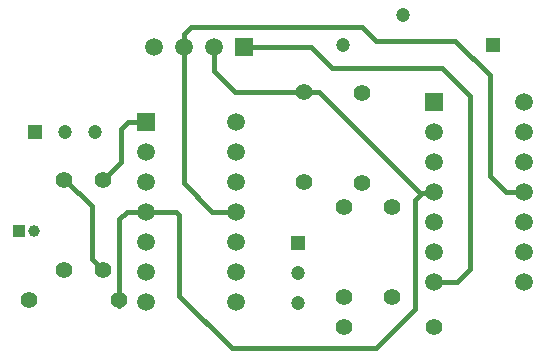
<source format=gtl>
%FSTAX23Y23*%
%MOIN*%
%SFA1B1*%

%IPPOS*%
%ADD10C,0.015748*%
%ADD11C,0.055118*%
%ADD12C,0.047244*%
%ADD13R,0.047244X0.047244*%
%ADD14R,0.039370X0.039370*%
%ADD15C,0.039370*%
%ADD16C,0.059055*%
%ADD17R,0.059055X0.059055*%
%ADD18R,0.047244X0.047244*%
%ADD19C,0.050000*%
%ADD20C,0.039370*%
%LNntc-1*%
%LPD*%
G54D10*
X0305Y0335D02*
Y03805D01*
Y0335D02*
X03145Y03255D01*
X03225*
X0322Y03655D02*
X035D01*
X03836Y03318*
X0315Y03725D02*
Y03805D01*
Y03725D02*
X0322Y03655D01*
X03836Y03318D02*
X03843D01*
X03955Y03825D02*
X0407Y0371D01*
X04125Y0332D02*
X04185D01*
X0407Y03375D02*
Y0371D01*
Y03375D02*
X04125Y0332D01*
X03545Y03735D02*
X0391D01*
X04005Y03065D02*
Y0364D01*
X0391Y03735D02*
X04005Y0364D01*
X03475Y03805D02*
X03545Y03735D01*
X0325Y03805D02*
X03475D01*
X0369Y03825D02*
X03955D01*
X03051Y03846D02*
X03075Y0387D01*
X03645D02*
X0369Y03825D01*
X03051Y03806D02*
Y03846D01*
X03075Y0387D02*
X03645D01*
X0305Y03805D02*
X03051Y03806D01*
X03883Y03318D02*
X03885Y0332D01*
X0382Y03295D02*
X03843Y03318D01*
X03883*
X0382Y0293D02*
Y03295D01*
X0369Y028D02*
X0382Y0293D01*
X0321Y028D02*
X0369D01*
X03035Y02975D02*
X0321Y028D01*
X02925Y03255D02*
X03025D01*
X03035Y03245*
Y02975D02*
Y03245D01*
X0396Y0302D02*
X04005Y03065D01*
X03885Y0302D02*
X0396D01*
X02835Y0294D02*
Y03231D01*
X02859Y03255*
X02835Y0294D02*
X02835Y0294D01*
X02865Y03555D02*
X02925D01*
X0284Y0353D02*
X02865Y03555D01*
X0278Y0336D02*
X0284Y0342D01*
Y0353*
X02859Y03255D02*
X02925D01*
X02655Y0336D02*
X02742Y03272D01*
X0265Y0336D02*
X02655D01*
X02742Y03097D02*
X0278Y0306D01*
X02742Y03097D02*
Y03272D01*
G54D11*
X03585Y0287D03*
X03885D03*
X0278Y0336D03*
Y0306D03*
X03745Y0327D03*
Y0297D03*
X02835Y0296D03*
X02535D03*
X0265Y0306D03*
Y0336D03*
X03645Y0365D03*
Y0335D03*
X03585Y0327D03*
Y0297D03*
X0345Y03655D03*
Y03355D03*
G54D12*
X02755Y0352D03*
X02655D03*
X0378Y0391D03*
X0358Y0381D03*
X03429Y0295D03*
Y0305D03*
G54D13*
X02555Y0352D03*
X0408Y0381D03*
G54D14*
X025Y0319D03*
G54D15*
X0255Y0319D03*
G54D16*
X03225Y02955D03*
Y03055D03*
Y03155D03*
Y03255D03*
Y03355D03*
Y03455D03*
Y03555D03*
X02925Y02955D03*
Y03055D03*
Y03155D03*
Y03255D03*
Y03355D03*
Y03455D03*
X04185Y0302D03*
Y0312D03*
Y0322D03*
Y0332D03*
Y0342D03*
Y0352D03*
Y0362D03*
X03885Y0302D03*
Y0312D03*
Y0322D03*
Y0332D03*
Y0342D03*
Y0352D03*
X0295Y03805D03*
X0305D03*
X0315D03*
G54D17*
X02925Y03555D03*
X03885Y0362D03*
X0325Y03805D03*
G54D18*
X03429Y0315D03*
G54D19*
X0305Y03805D03*
X03885Y0302D03*
X02835Y0296D03*
X02925Y03255D03*
Y03555D03*
X0278Y0336D03*
X0265D03*
X0278Y0306D03*
X0325Y03805D03*
X03885Y0332D03*
G54D20*
X0255Y0319D03*
M02*
</source>
